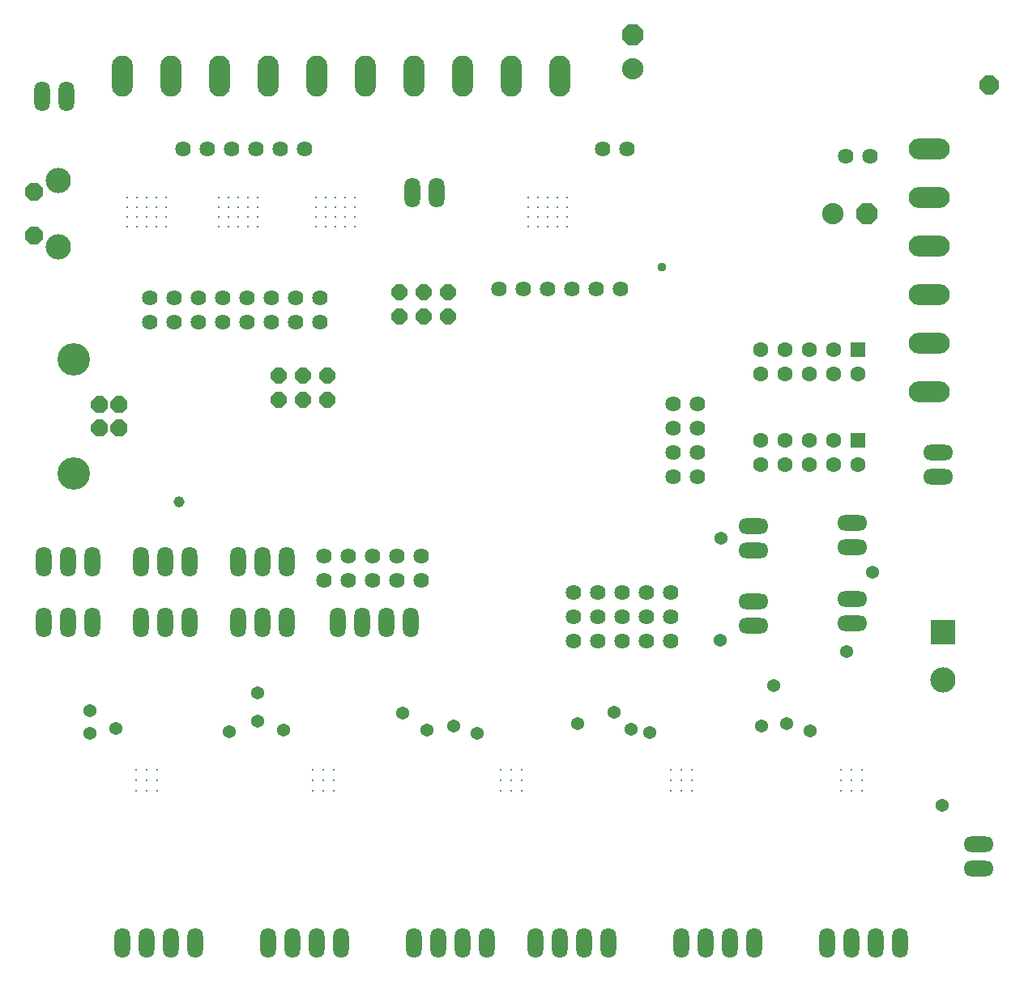
<source format=gbs>
G04 Layer_Color=16711935*
%FSLAX25Y25*%
%MOIN*%
G70*
G01*
G75*
%ADD86P,0.07577X8X292.5*%
%ADD107C,0.06400*%
%ADD264C,0.13391*%
%ADD265P,0.07038X8X22.5*%
%ADD266O,0.06400X0.12400*%
%ADD267C,0.10400*%
%ADD268P,0.08010X8X292.5*%
%ADD269O,0.16900X0.08650*%
%ADD270C,0.08800*%
%ADD271P,0.09525X8X112.5*%
%ADD272P,0.08659X8X22.5*%
%ADD273O,0.08650X0.16900*%
%ADD274R,0.10400X0.10400*%
%ADD275O,0.12400X0.06400*%
%ADD276P,0.09525X8X22.5*%
%ADD277C,0.05400*%
%ADD278R,0.06305X0.06305*%
%ADD279C,0.06305*%
%ADD281C,0.03769*%
%ADD282C,0.04556*%
G04:AMPARAMS|DCode=283|XSize=54mil|YSize=54mil|CornerRadius=27mil|HoleSize=0mil|Usage=FLASHONLY|Rotation=180.000|XOffset=0mil|YOffset=0mil|HoleType=Round|Shape=RoundedRectangle|*
%AMROUNDEDRECTD283*
21,1,0.05400,0.00000,0,0,180.0*
21,1,0.00000,0.05400,0,0,180.0*
1,1,0.05400,0.00000,0.00000*
1,1,0.05400,0.00000,0.00000*
1,1,0.05400,0.00000,0.00000*
1,1,0.05400,0.00000,0.00000*
%
%ADD283ROUNDEDRECTD283*%
%ADD284C,0.01000*%
G54D86*
X135669Y325079D02*
D03*
Y334921D02*
D03*
X143543D02*
D03*
Y325079D02*
D03*
G54D107*
X350000Y382500D02*
D03*
X340000D02*
D03*
X330000D02*
D03*
X320000D02*
D03*
X310000D02*
D03*
X300000D02*
D03*
X267894Y272500D02*
D03*
Y262500D02*
D03*
X257894Y272500D02*
D03*
Y262500D02*
D03*
X247894Y272500D02*
D03*
Y262500D02*
D03*
X237894Y272500D02*
D03*
Y262500D02*
D03*
X227894Y272500D02*
D03*
Y262500D02*
D03*
X156250Y368750D02*
D03*
Y378750D02*
D03*
X166250Y368750D02*
D03*
Y378750D02*
D03*
X176250Y368750D02*
D03*
Y378750D02*
D03*
X186250Y368750D02*
D03*
Y378750D02*
D03*
X196250Y368750D02*
D03*
Y378750D02*
D03*
X206250Y368750D02*
D03*
Y378750D02*
D03*
X216250Y368750D02*
D03*
Y378750D02*
D03*
X226250Y368750D02*
D03*
Y378750D02*
D03*
X371700Y335200D02*
D03*
X381700D02*
D03*
X371700Y325200D02*
D03*
X381700D02*
D03*
X371700Y315200D02*
D03*
X381700D02*
D03*
X371700Y305200D02*
D03*
X381700D02*
D03*
X442500Y437000D02*
D03*
X452500D02*
D03*
X352500Y440000D02*
D03*
X342500D02*
D03*
X220000D02*
D03*
X210000D02*
D03*
X200000D02*
D03*
X190000D02*
D03*
X180000D02*
D03*
X170000D02*
D03*
X330500Y257561D02*
D03*
X340500D02*
D03*
X350500D02*
D03*
X360500D02*
D03*
X370500D02*
D03*
X330500Y247561D02*
D03*
X340500D02*
D03*
X350500D02*
D03*
X360500D02*
D03*
X370500D02*
D03*
X330500Y237561D02*
D03*
X340500D02*
D03*
X350500D02*
D03*
X360500D02*
D03*
X370500D02*
D03*
G54D264*
X125000Y306378D02*
D03*
Y353622D02*
D03*
G54D265*
X229250Y346750D02*
D03*
Y336750D02*
D03*
X219250Y346750D02*
D03*
Y336750D02*
D03*
X209250Y346750D02*
D03*
Y336750D02*
D03*
X278750Y381250D02*
D03*
Y371250D02*
D03*
X268750Y381250D02*
D03*
Y371250D02*
D03*
X258750Y381250D02*
D03*
Y371250D02*
D03*
G54D266*
X112500Y245000D02*
D03*
X122500D02*
D03*
X132500D02*
D03*
X263671D02*
D03*
X233671D02*
D03*
X243671D02*
D03*
X253671D02*
D03*
X314734Y113300D02*
D03*
X324734D02*
D03*
X334734D02*
D03*
X344734D02*
D03*
X264250Y422000D02*
D03*
X274250D02*
D03*
X111875Y461875D02*
D03*
X121875D02*
D03*
X152500Y245000D02*
D03*
X162500D02*
D03*
X172500D02*
D03*
X192500D02*
D03*
X202500D02*
D03*
X212500D02*
D03*
X132500Y270000D02*
D03*
X122500D02*
D03*
X112500D02*
D03*
X172500D02*
D03*
X162500D02*
D03*
X152500D02*
D03*
X212500D02*
D03*
X202500D02*
D03*
X192500D02*
D03*
X434734Y113300D02*
D03*
X444734D02*
D03*
X454734D02*
D03*
X464734D02*
D03*
X374734D02*
D03*
X384734D02*
D03*
X394734D02*
D03*
X404734D02*
D03*
X264734D02*
D03*
X274734D02*
D03*
X284734D02*
D03*
X294734D02*
D03*
X204734D02*
D03*
X214734D02*
D03*
X224734D02*
D03*
X234734D02*
D03*
X145000D02*
D03*
X155000D02*
D03*
X165000D02*
D03*
X175000D02*
D03*
G54D267*
X118400Y399700D02*
D03*
Y427300D02*
D03*
X482500Y221407D02*
D03*
G54D268*
X108600Y404600D02*
D03*
Y422400D02*
D03*
G54D269*
X477000Y420000D02*
D03*
Y400000D02*
D03*
Y380000D02*
D03*
Y440000D02*
D03*
Y360000D02*
D03*
Y340000D02*
D03*
G54D270*
X355000Y473000D02*
D03*
X437250Y413500D02*
D03*
G54D271*
X355000Y487000D02*
D03*
G54D272*
X501535Y466614D02*
D03*
G54D273*
X325000Y470000D02*
D03*
X305000D02*
D03*
X285000D02*
D03*
X265000D02*
D03*
X245000D02*
D03*
X225000D02*
D03*
X205000D02*
D03*
X185000D02*
D03*
X165000D02*
D03*
X145000D02*
D03*
G54D274*
X482500Y241093D02*
D03*
G54D275*
X445100Y254700D02*
D03*
Y244700D02*
D03*
X480400Y305000D02*
D03*
Y315000D02*
D03*
X497195Y153725D02*
D03*
Y143725D02*
D03*
X445100Y286100D02*
D03*
Y276100D02*
D03*
X404400Y253700D02*
D03*
Y243700D02*
D03*
X404700Y284900D02*
D03*
Y274900D02*
D03*
G54D276*
X451250Y413500D02*
D03*
G54D277*
X482175Y169750D02*
D03*
X412963Y219125D02*
D03*
X418344Y203350D02*
D03*
X427737Y200575D02*
D03*
X407750Y202500D02*
D03*
X347375Y208000D02*
D03*
X361895Y199960D02*
D03*
X354306Y201043D02*
D03*
X332125Y203500D02*
D03*
X270213Y200764D02*
D03*
X281138Y202407D02*
D03*
X290750Y199375D02*
D03*
X260132Y207763D02*
D03*
X200693Y204356D02*
D03*
X200625Y216000D02*
D03*
X211338Y200875D02*
D03*
X188931Y200100D02*
D03*
X131606Y208933D02*
D03*
X142362Y201532D02*
D03*
X131500Y199500D02*
D03*
G54D278*
X447500Y357500D02*
D03*
Y320200D02*
D03*
G54D279*
Y347500D02*
D03*
X437500Y357500D02*
D03*
Y347500D02*
D03*
X427500Y357500D02*
D03*
Y347500D02*
D03*
X417500Y357500D02*
D03*
Y347500D02*
D03*
X407500Y357500D02*
D03*
Y347500D02*
D03*
X447500Y310200D02*
D03*
X437500Y320200D02*
D03*
Y310200D02*
D03*
X427500Y320200D02*
D03*
Y310200D02*
D03*
X417500Y320200D02*
D03*
Y310200D02*
D03*
X407500Y320200D02*
D03*
Y310200D02*
D03*
G54D281*
X366825Y391500D02*
D03*
G54D282*
X168250Y294750D02*
D03*
G54D283*
X453461Y265925D02*
D03*
X443000Y233000D02*
D03*
X390900Y237900D02*
D03*
X391200Y279900D02*
D03*
G54D284*
X159331Y175669D02*
D03*
X155000D02*
D03*
X150669D02*
D03*
X159331Y180000D02*
D03*
X155000D02*
D03*
X150669D02*
D03*
X159331Y184331D02*
D03*
X155000D02*
D03*
X150669D02*
D03*
X223169D02*
D03*
X227500D02*
D03*
X231831D02*
D03*
X223169Y180000D02*
D03*
X227500D02*
D03*
X231831D02*
D03*
X223169Y175669D02*
D03*
X227500D02*
D03*
X231831D02*
D03*
X309331D02*
D03*
X305000D02*
D03*
X300669D02*
D03*
X309331Y180000D02*
D03*
X305000D02*
D03*
X300669D02*
D03*
X309331Y184331D02*
D03*
X305000D02*
D03*
X300669D02*
D03*
X370669D02*
D03*
X375000D02*
D03*
X379331D02*
D03*
X370669Y180000D02*
D03*
X375000D02*
D03*
X379331D02*
D03*
X370669Y175669D02*
D03*
X375000D02*
D03*
X379331D02*
D03*
X449331D02*
D03*
X445000D02*
D03*
X440669D02*
D03*
X449331Y180000D02*
D03*
X445000D02*
D03*
X440669D02*
D03*
X449331Y184331D02*
D03*
X445000D02*
D03*
X440669D02*
D03*
X159000Y408106D02*
D03*
X163000D02*
D03*
Y412106D02*
D03*
X159000D02*
D03*
Y416106D02*
D03*
X163000D02*
D03*
Y420106D02*
D03*
X159000D02*
D03*
X151000D02*
D03*
X147000D02*
D03*
Y416106D02*
D03*
X151000D02*
D03*
Y412106D02*
D03*
X147000D02*
D03*
Y408106D02*
D03*
X151000D02*
D03*
X155000D02*
D03*
Y412106D02*
D03*
Y420106D02*
D03*
Y416106D02*
D03*
X192500D02*
D03*
Y420106D02*
D03*
Y412106D02*
D03*
Y408106D02*
D03*
X188500D02*
D03*
X184500D02*
D03*
Y412106D02*
D03*
X188500D02*
D03*
Y416106D02*
D03*
X184500D02*
D03*
Y420106D02*
D03*
X188500D02*
D03*
X196500D02*
D03*
X200500D02*
D03*
Y416106D02*
D03*
X196500D02*
D03*
Y412106D02*
D03*
X200500D02*
D03*
Y408106D02*
D03*
X196500D02*
D03*
X236500D02*
D03*
X240500D02*
D03*
Y412106D02*
D03*
X236500D02*
D03*
Y416106D02*
D03*
X240500D02*
D03*
Y420106D02*
D03*
X236500D02*
D03*
X228500D02*
D03*
X224500D02*
D03*
Y416106D02*
D03*
X228500D02*
D03*
Y412106D02*
D03*
X224500D02*
D03*
Y408106D02*
D03*
X228500D02*
D03*
X232500D02*
D03*
Y412106D02*
D03*
Y420106D02*
D03*
Y416106D02*
D03*
X320000D02*
D03*
Y420106D02*
D03*
Y412106D02*
D03*
Y408106D02*
D03*
X316000D02*
D03*
X312000D02*
D03*
Y412106D02*
D03*
X316000D02*
D03*
Y416106D02*
D03*
X312000D02*
D03*
Y420106D02*
D03*
X316000D02*
D03*
X324000D02*
D03*
X328000D02*
D03*
Y416106D02*
D03*
X324000D02*
D03*
Y412106D02*
D03*
X328000D02*
D03*
Y408106D02*
D03*
X324000D02*
D03*
M02*

</source>
